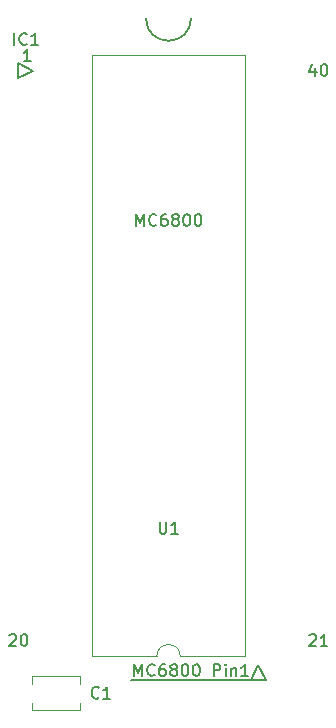
<source format=gto>
G04 #@! TF.GenerationSoftware,KiCad,Pcbnew,(6.0.7-1)-1*
G04 #@! TF.CreationDate,2022-09-10T13:51:06+09:00*
G04 #@! TF.ProjectId,MEZ6800,4d455a36-3830-4302-9e6b-696361645f70,A*
G04 #@! TF.SameCoordinates,PX5f5e100PY8f0d180*
G04 #@! TF.FileFunction,Legend,Top*
G04 #@! TF.FilePolarity,Positive*
%FSLAX46Y46*%
G04 Gerber Fmt 4.6, Leading zero omitted, Abs format (unit mm)*
G04 Created by KiCad (PCBNEW (6.0.7-1)-1) date 2022-09-10 13:51:06*
%MOMM*%
%LPD*%
G01*
G04 APERTURE LIST*
%ADD10C,0.150000*%
%ADD11C,0.120000*%
G04 APERTURE END LIST*
D10*
X22199600Y3792600D02*
X20929600Y3792600D01*
X21564600Y5062600D01*
X22199600Y3792600D01*
X10795000Y3792600D02*
X20929600Y3792600D01*
X2540000Y55380000D02*
X1270000Y54745000D01*
X1270000Y56015000D01*
X2540000Y55380000D01*
X12065000Y59825000D02*
G75*
G03*
X15875000Y59825000I1905000J0D01*
G01*
X11089285Y4127620D02*
X11089285Y5127620D01*
X11422619Y4413334D01*
X11755952Y5127620D01*
X11755952Y4127620D01*
X12803571Y4222858D02*
X12755952Y4175239D01*
X12613095Y4127620D01*
X12517857Y4127620D01*
X12375000Y4175239D01*
X12279761Y4270477D01*
X12232142Y4365715D01*
X12184523Y4556191D01*
X12184523Y4699048D01*
X12232142Y4889524D01*
X12279761Y4984762D01*
X12375000Y5080000D01*
X12517857Y5127620D01*
X12613095Y5127620D01*
X12755952Y5080000D01*
X12803571Y5032381D01*
X13660714Y5127620D02*
X13470238Y5127620D01*
X13375000Y5080000D01*
X13327380Y5032381D01*
X13232142Y4889524D01*
X13184523Y4699048D01*
X13184523Y4318096D01*
X13232142Y4222858D01*
X13279761Y4175239D01*
X13375000Y4127620D01*
X13565476Y4127620D01*
X13660714Y4175239D01*
X13708333Y4222858D01*
X13755952Y4318096D01*
X13755952Y4556191D01*
X13708333Y4651429D01*
X13660714Y4699048D01*
X13565476Y4746667D01*
X13375000Y4746667D01*
X13279761Y4699048D01*
X13232142Y4651429D01*
X13184523Y4556191D01*
X14327380Y4699048D02*
X14232142Y4746667D01*
X14184523Y4794286D01*
X14136904Y4889524D01*
X14136904Y4937143D01*
X14184523Y5032381D01*
X14232142Y5080000D01*
X14327380Y5127620D01*
X14517857Y5127620D01*
X14613095Y5080000D01*
X14660714Y5032381D01*
X14708333Y4937143D01*
X14708333Y4889524D01*
X14660714Y4794286D01*
X14613095Y4746667D01*
X14517857Y4699048D01*
X14327380Y4699048D01*
X14232142Y4651429D01*
X14184523Y4603810D01*
X14136904Y4508572D01*
X14136904Y4318096D01*
X14184523Y4222858D01*
X14232142Y4175239D01*
X14327380Y4127620D01*
X14517857Y4127620D01*
X14613095Y4175239D01*
X14660714Y4222858D01*
X14708333Y4318096D01*
X14708333Y4508572D01*
X14660714Y4603810D01*
X14613095Y4651429D01*
X14517857Y4699048D01*
X15327380Y5127620D02*
X15422619Y5127620D01*
X15517857Y5080000D01*
X15565476Y5032381D01*
X15613095Y4937143D01*
X15660714Y4746667D01*
X15660714Y4508572D01*
X15613095Y4318096D01*
X15565476Y4222858D01*
X15517857Y4175239D01*
X15422619Y4127620D01*
X15327380Y4127620D01*
X15232142Y4175239D01*
X15184523Y4222858D01*
X15136904Y4318096D01*
X15089285Y4508572D01*
X15089285Y4746667D01*
X15136904Y4937143D01*
X15184523Y5032381D01*
X15232142Y5080000D01*
X15327380Y5127620D01*
X16279761Y5127620D02*
X16375000Y5127620D01*
X16470238Y5080000D01*
X16517857Y5032381D01*
X16565476Y4937143D01*
X16613095Y4746667D01*
X16613095Y4508572D01*
X16565476Y4318096D01*
X16517857Y4222858D01*
X16470238Y4175239D01*
X16375000Y4127620D01*
X16279761Y4127620D01*
X16184523Y4175239D01*
X16136904Y4222858D01*
X16089285Y4318096D01*
X16041666Y4508572D01*
X16041666Y4746667D01*
X16089285Y4937143D01*
X16136904Y5032381D01*
X16184523Y5080000D01*
X16279761Y5127620D01*
X17803571Y4127620D02*
X17803571Y5127620D01*
X18184523Y5127620D01*
X18279761Y5080000D01*
X18327380Y5032381D01*
X18375000Y4937143D01*
X18375000Y4794286D01*
X18327380Y4699048D01*
X18279761Y4651429D01*
X18184523Y4603810D01*
X17803571Y4603810D01*
X18803571Y4127620D02*
X18803571Y4794286D01*
X18803571Y5127620D02*
X18755952Y5080000D01*
X18803571Y5032381D01*
X18851190Y5080000D01*
X18803571Y5127620D01*
X18803571Y5032381D01*
X19279761Y4794286D02*
X19279761Y4127620D01*
X19279761Y4699048D02*
X19327380Y4746667D01*
X19422619Y4794286D01*
X19565476Y4794286D01*
X19660714Y4746667D01*
X19708333Y4651429D01*
X19708333Y4127620D01*
X20708333Y4127620D02*
X20136904Y4127620D01*
X20422619Y4127620D02*
X20422619Y5127620D01*
X20327380Y4984762D01*
X20232142Y4889524D01*
X20136904Y4841905D01*
X25908095Y7572381D02*
X25955714Y7620000D01*
X26050952Y7667620D01*
X26289047Y7667620D01*
X26384285Y7620000D01*
X26431904Y7572381D01*
X26479523Y7477143D01*
X26479523Y7381905D01*
X26431904Y7239048D01*
X25860476Y6667620D01*
X26479523Y6667620D01*
X27431904Y6667620D02*
X26860476Y6667620D01*
X27146190Y6667620D02*
X27146190Y7667620D01*
X27050952Y7524762D01*
X26955714Y7429524D01*
X26860476Y7381905D01*
X508095Y7572381D02*
X555714Y7620000D01*
X650952Y7667620D01*
X889047Y7667620D01*
X984285Y7620000D01*
X1031904Y7572381D01*
X1079523Y7477143D01*
X1079523Y7381905D01*
X1031904Y7239048D01*
X460476Y6667620D01*
X1079523Y6667620D01*
X1698571Y7667620D02*
X1793809Y7667620D01*
X1889047Y7620000D01*
X1936666Y7572381D01*
X1984285Y7477143D01*
X2031904Y7286667D01*
X2031904Y7048572D01*
X1984285Y6858096D01*
X1936666Y6762858D01*
X1889047Y6715239D01*
X1793809Y6667620D01*
X1698571Y6667620D01*
X1603333Y6715239D01*
X1555714Y6762858D01*
X1508095Y6858096D01*
X1460476Y7048572D01*
X1460476Y7286667D01*
X1508095Y7477143D01*
X1555714Y7572381D01*
X1603333Y7620000D01*
X1698571Y7667620D01*
X2317714Y56197620D02*
X1746285Y56197620D01*
X2032000Y56197620D02*
X2032000Y57197620D01*
X1936761Y57054762D01*
X1841523Y56959524D01*
X1746285Y56911905D01*
X928809Y57569220D02*
X928809Y58569220D01*
X1976428Y57664458D02*
X1928809Y57616839D01*
X1785952Y57569220D01*
X1690714Y57569220D01*
X1547857Y57616839D01*
X1452619Y57712077D01*
X1405000Y57807315D01*
X1357380Y57997791D01*
X1357380Y58140648D01*
X1405000Y58331124D01*
X1452619Y58426362D01*
X1547857Y58521600D01*
X1690714Y58569220D01*
X1785952Y58569220D01*
X1928809Y58521600D01*
X1976428Y58473981D01*
X2928809Y57569220D02*
X2357380Y57569220D01*
X2643095Y57569220D02*
X2643095Y58569220D01*
X2547857Y58426362D01*
X2452619Y58331124D01*
X2357380Y58283505D01*
X26384285Y55594286D02*
X26384285Y54927620D01*
X26146190Y55975239D02*
X25908095Y55260953D01*
X26527142Y55260953D01*
X27098571Y55927620D02*
X27193809Y55927620D01*
X27289047Y55880000D01*
X27336666Y55832381D01*
X27384285Y55737143D01*
X27431904Y55546667D01*
X27431904Y55308572D01*
X27384285Y55118096D01*
X27336666Y55022858D01*
X27289047Y54975239D01*
X27193809Y54927620D01*
X27098571Y54927620D01*
X27003333Y54975239D01*
X26955714Y55022858D01*
X26908095Y55118096D01*
X26860476Y55308572D01*
X26860476Y55546667D01*
X26908095Y55737143D01*
X26955714Y55832381D01*
X27003333Y55880000D01*
X27098571Y55927620D01*
X11231904Y42227620D02*
X11231904Y43227620D01*
X11565238Y42513334D01*
X11898571Y43227620D01*
X11898571Y42227620D01*
X12946190Y42322858D02*
X12898571Y42275239D01*
X12755714Y42227620D01*
X12660476Y42227620D01*
X12517619Y42275239D01*
X12422380Y42370477D01*
X12374761Y42465715D01*
X12327142Y42656191D01*
X12327142Y42799048D01*
X12374761Y42989524D01*
X12422380Y43084762D01*
X12517619Y43180000D01*
X12660476Y43227620D01*
X12755714Y43227620D01*
X12898571Y43180000D01*
X12946190Y43132381D01*
X13803333Y43227620D02*
X13612857Y43227620D01*
X13517619Y43180000D01*
X13470000Y43132381D01*
X13374761Y42989524D01*
X13327142Y42799048D01*
X13327142Y42418096D01*
X13374761Y42322858D01*
X13422380Y42275239D01*
X13517619Y42227620D01*
X13708095Y42227620D01*
X13803333Y42275239D01*
X13850952Y42322858D01*
X13898571Y42418096D01*
X13898571Y42656191D01*
X13850952Y42751429D01*
X13803333Y42799048D01*
X13708095Y42846667D01*
X13517619Y42846667D01*
X13422380Y42799048D01*
X13374761Y42751429D01*
X13327142Y42656191D01*
X14470000Y42799048D02*
X14374761Y42846667D01*
X14327142Y42894286D01*
X14279523Y42989524D01*
X14279523Y43037143D01*
X14327142Y43132381D01*
X14374761Y43180000D01*
X14470000Y43227620D01*
X14660476Y43227620D01*
X14755714Y43180000D01*
X14803333Y43132381D01*
X14850952Y43037143D01*
X14850952Y42989524D01*
X14803333Y42894286D01*
X14755714Y42846667D01*
X14660476Y42799048D01*
X14470000Y42799048D01*
X14374761Y42751429D01*
X14327142Y42703810D01*
X14279523Y42608572D01*
X14279523Y42418096D01*
X14327142Y42322858D01*
X14374761Y42275239D01*
X14470000Y42227620D01*
X14660476Y42227620D01*
X14755714Y42275239D01*
X14803333Y42322858D01*
X14850952Y42418096D01*
X14850952Y42608572D01*
X14803333Y42703810D01*
X14755714Y42751429D01*
X14660476Y42799048D01*
X15470000Y43227620D02*
X15565238Y43227620D01*
X15660476Y43180000D01*
X15708095Y43132381D01*
X15755714Y43037143D01*
X15803333Y42846667D01*
X15803333Y42608572D01*
X15755714Y42418096D01*
X15708095Y42322858D01*
X15660476Y42275239D01*
X15565238Y42227620D01*
X15470000Y42227620D01*
X15374761Y42275239D01*
X15327142Y42322858D01*
X15279523Y42418096D01*
X15231904Y42608572D01*
X15231904Y42846667D01*
X15279523Y43037143D01*
X15327142Y43132381D01*
X15374761Y43180000D01*
X15470000Y43227620D01*
X16422380Y43227620D02*
X16517619Y43227620D01*
X16612857Y43180000D01*
X16660476Y43132381D01*
X16708095Y43037143D01*
X16755714Y42846667D01*
X16755714Y42608572D01*
X16708095Y42418096D01*
X16660476Y42322858D01*
X16612857Y42275239D01*
X16517619Y42227620D01*
X16422380Y42227620D01*
X16327142Y42275239D01*
X16279523Y42322858D01*
X16231904Y42418096D01*
X16184285Y42608572D01*
X16184285Y42846667D01*
X16231904Y43037143D01*
X16279523Y43132381D01*
X16327142Y43180000D01*
X16422380Y43227620D01*
X13213095Y17192620D02*
X13213095Y16383096D01*
X13260714Y16287858D01*
X13308333Y16240239D01*
X13403571Y16192620D01*
X13594047Y16192620D01*
X13689285Y16240239D01*
X13736904Y16287858D01*
X13784523Y16383096D01*
X13784523Y17192620D01*
X14784523Y16192620D02*
X14213095Y16192620D01*
X14498809Y16192620D02*
X14498809Y17192620D01*
X14403571Y17049762D01*
X14308333Y16954524D01*
X14213095Y16906905D01*
X8088333Y2317858D02*
X8040714Y2270239D01*
X7897857Y2222620D01*
X7802619Y2222620D01*
X7659761Y2270239D01*
X7564523Y2365477D01*
X7516904Y2460715D01*
X7469285Y2651191D01*
X7469285Y2794048D01*
X7516904Y2984524D01*
X7564523Y3079762D01*
X7659761Y3175000D01*
X7802619Y3222620D01*
X7897857Y3222620D01*
X8040714Y3175000D01*
X8088333Y3127381D01*
X9040714Y2222620D02*
X8469285Y2222620D01*
X8755000Y2222620D02*
X8755000Y3222620D01*
X8659761Y3079762D01*
X8564523Y2984524D01*
X8469285Y2936905D01*
D11*
X20435000Y56715000D02*
X7515000Y56715000D01*
X7515000Y56715000D02*
X7515000Y5795000D01*
X14975000Y5795000D02*
X20435000Y5795000D01*
X7515000Y5795000D02*
X12975000Y5795000D01*
X20435000Y5795000D02*
X20435000Y56715000D01*
X14975000Y5795000D02*
G75*
G03*
X12975000Y5795000I-1000000J0D01*
G01*
X6465000Y1255000D02*
X6465000Y1880000D01*
X6465000Y4095000D02*
X2425000Y4095000D01*
X2425000Y3470000D02*
X2425000Y4095000D01*
X6465000Y3470000D02*
X6465000Y4095000D01*
X2425000Y1255000D02*
X2425000Y1880000D01*
X6465000Y1255000D02*
X2425000Y1255000D01*
M02*

</source>
